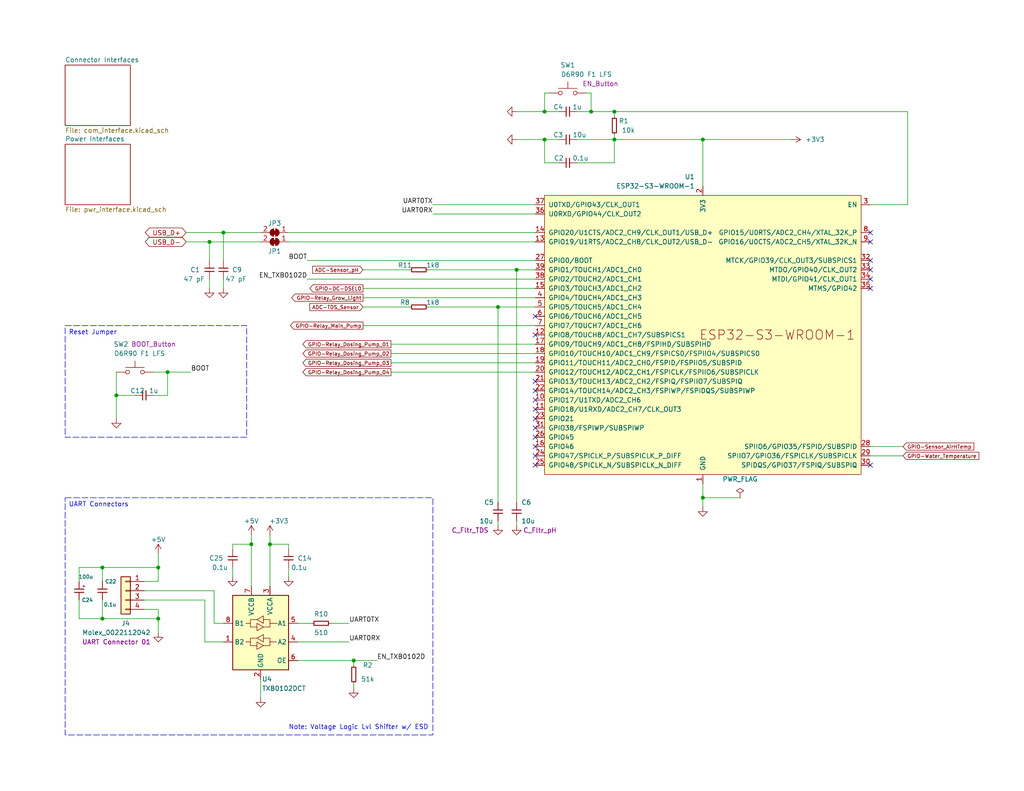
<source format=kicad_sch>
(kicad_sch (version 20230121) (generator eeschema)
  (paper "USLetter")
  (title_block (title "Hardware Schematic") (date "2024-01-30") (rev "45") (company "COEN/ELEC 490 Team 18"))
  (lib_symbols
    (symbol "+3V3_2" (power) (pin_numbers hide) (pin_names (offset 0) hide)
      (property "Value" "+3V3_2" (at 0 3.556 0))
      (symbol "+3V3_2_0_1"
        (polyline (pts (xy -0.762 1.27) (xy 0 2.54)))
        (polyline (pts (xy 0 0) (xy 0 2.54)))
        (polyline (pts (xy 0 2.54) (xy 0.762 1.27)))
      )
      (symbol "+3V3_2_1_1"
        (pin power_in line (at 0 0 90) (length 0) hide (name "+3V3") (number "1"))
      )
    )
    (symbol "Connector_Generic:Conn_01x04" (pin_names (offset 1.016) hide)
      (property "Reference" "J" (at 0 5.08 0))
      (property "Value" "Conn_01x04" (at 0 -7.62 0))
      (symbol "Conn_01x04_1_1"
        (rectangle (start -1.27 -4.953) (end 0 -5.207) (stroke (width 0.1524)))
        (rectangle (start -1.27 -2.413) (end 0 -2.667) (stroke (width 0.1524)))
        (rectangle (start -1.27 0.127) (end 0 -0.127) (stroke (width 0.1524)))
        (rectangle (start -1.27 2.667) (end 0 2.413) (stroke (width 0.1524)))
        (rectangle (start -1.27 3.81) (end 1.27 -6.35) (stroke (width 0.254)) (fill (type background)))
        (pin passive line (at -5.08 2.54 0) (length 3.81) (name "Pin_1") (number "1"))
        (pin passive line (at -5.08 0 0) (length 3.81) (name "Pin_2") (number "2"))
        (pin passive line (at -5.08 -2.54 0) (length 3.81) (name "Pin_3") (number "3"))
        (pin passive line (at -5.08 -5.08 0) (length 3.81) (name "Pin_4") (number "4"))
      )
    )
    (symbol "GND_10" (power) (pin_numbers hide) (pin_names (offset 0) hide)
      (property "Value" "GND_10" (at 0 -3.81 0))
      (symbol "GND_10_0_1"
        (polyline (pts (xy 0 0) (xy 0 -1.27) (xy 1.27 -1.27) (xy 0 -2.54) (xy -1.27 -1.27) (xy 0 -1.27)))
      )
      (symbol "GND_10_1_1"
        (pin power_in line (at 0 0 270) (length 0) hide (name "GND") (number "1"))
      )
    )
    (symbol "GND_2" (power) (pin_numbers hide) (pin_names (offset 0) hide)
      (property "Value" "GND_2" (at 0 -3.81 0))
      (symbol "GND_2_0_1"
        (polyline (pts (xy 0 0) (xy 0 -1.27) (xy 1.27 -1.27) (xy 0 -2.54) (xy -1.27 -1.27) (xy 0 -1.27)))
      )
      (symbol "GND_2_1_1"
        (pin power_in line (at 0 0 270) (length 0) hide (name "GND") (number "1"))
      )
    )
    (symbol "GND_3" (power) (pin_numbers hide) (pin_names (offset 0) hide)
      (property "Value" "GND_3" (at 0 -3.81 0))
      (symbol "GND_3_0_1"
        (polyline (pts (xy 0 0) (xy 0 -1.27) (xy 1.27 -1.27) (xy 0 -2.54) (xy -1.27 -1.27) (xy 0 -1.27)))
      )
      (symbol "GND_3_1_1"
        (pin power_in line (at 0 0 270) (length 0) hide (name "GND") (number "1"))
      )
    )
    (symbol "GND_5" (power) (pin_numbers hide) (pin_names (offset 0) hide)
      (property "Value" "GND_5" (at 0 -3.81 0))
      (symbol "GND_5_0_1"
        (polyline (pts (xy 0 0) (xy 0 -1.27) (xy 1.27 -1.27) (xy 0 -2.54) (xy -1.27 -1.27) (xy 0 -1.27)))
      )
      (symbol "GND_5_1_1"
        (pin power_in line (at 0 0 270) (length 0) hide (name "GND") (number "1"))
      )
    )
    (symbol "GND_6" (power) (pin_numbers hide) (pin_names (offset 0) hide)
      (property "Value" "GND_6" (at 0 -3.81 0))
      (symbol "GND_6_0_1"
        (polyline (pts (xy 0 0) (xy 0 -1.27) (xy 1.27 -1.27) (xy 0 -2.54) (xy -1.27 -1.27) (xy 0 -1.27)))
      )
      (symbol "GND_6_1_1"
        (pin power_in line (at 0 0 270) (length 0) hide (name "GND") (number "1"))
      )
    )
    (symbol "GND_7" (power) (pin_numbers hide) (pin_names (offset 0) hide)
      (property "Value" "GND_7" (at 0 -3.81 0))
      (symbol "GND_7_0_1"
        (polyline (pts (xy 0 0) (xy 0 -1.27) (xy 1.27 -1.27) (xy 0 -2.54) (xy -1.27 -1.27) (xy 0 -1.27)))
      )
      (symbol "GND_7_1_1"
        (pin power_in line (at 0 0 270) (length 0) hide (name "GND") (number "1"))
      )
    )
    (symbol "GND_8" (power) (pin_numbers hide) (pin_names (offset 0) hide)
      (property "Value" "GND_8" (at 0 -3.81 0))
      (symbol "GND_8_0_1"
        (polyline (pts (xy 0 0) (xy 0 -1.27) (xy 1.27 -1.27) (xy 0 -2.54) (xy -1.27 -1.27) (xy 0 -1.27)))
      )
      (symbol "GND_8_1_1"
        (pin power_in line (at 0 0 270) (length 0) hide (name "GND") (number "1"))
      )
    )
    (symbol "GND_9" (power) (pin_numbers hide) (pin_names (offset 0) hide)
      (property "Value" "GND_9" (at 0 -3.81 0))
      (symbol "GND_9_0_1"
        (polyline (pts (xy 0 0) (xy 0 -1.27) (xy 1.27 -1.27) (xy 0 -2.54) (xy -1.27 -1.27) (xy 0 -1.27)))
      )
      (symbol "GND_9_1_1"
        (pin power_in line (at 0 0 270) (length 0) hide (name "GND") (number "1"))
      )
    )
    (symbol "Jumper:SolderJumper_2_Bridged" (pin_names (offset 0) hide)
      (property "Reference" "JP" (at 0 2.032 0))
      (property "Value" "SolderJumper_2_Bridged" (at 0 -2.54 0))
      (symbol "SolderJumper_2_Bridged_0_1"
        (rectangle (start -0.508 0.508) (end 0.508 -0.508) (fill (type outline)))
        (arc (start -0.254 1.016) (mid -1.2656 0) (end -0.254 -1.016))
        (arc (start -0.254 1.016) (mid -1.2656 0) (end -0.254 -1.016) (fill (type outline)))
        (polyline (pts (xy -0.254 1.016) (xy -0.254 -1.016)))
        (polyline (pts (xy 0.254 1.016) (xy 0.254 -1.016)))
        (arc (start 0.254 -1.016) (mid 1.2656 0) (end 0.254 1.016))
        (arc (start 0.254 -1.016) (mid 1.2656 0) (end 0.254 1.016) (fill (type outline)))
      )
      (symbol "SolderJumper_2_Bridged_1_1"
        (pin passive line (at -3.81 0 0) (length 2.54) (name "A") (number "1"))
        (pin passive line (at 3.81 0 180) (length 2.54) (name "B") (number "2"))
      )
    )
    (symbol "Logic_LevelTranslator:TXB0102DCT"
      (property "Reference" "U" (at -6.35 11.43 0))
      (property "Value" "TXB0102DCT" (at 3.81 11.43 0))
      (symbol "TXB0102DCT_0_1"
        (rectangle (start -7.62 10.16) (end 7.62 -10.16) (stroke (width 0.254)) (fill (type background)))
        (polyline (pts (xy -2.54 -2.54) (xy -2.54 -1.524) (xy -0.762 -1.524)))
        (polyline (pts (xy -2.54 2.54) (xy -2.54 3.556) (xy -0.762 3.556)))
        (polyline (pts (xy 2.794 -2.54) (xy 2.794 -3.556) (xy 1.016 -3.556)))
        (polyline (pts (xy 2.794 2.54) (xy 2.794 1.524) (xy 1.016 1.524)))
        (polyline (pts (xy -0.762 -3.556) (xy -2.54 -3.556) (xy -2.54 -2.54) (xy -4.318 -2.54)))
        (polyline (pts (xy -0.762 -2.54) (xy -0.762 -0.508) (xy 1.016 -1.524) (xy -0.762 -2.54)) (fill (type background)))
        (polyline (pts (xy -0.762 1.524) (xy -2.54 1.524) (xy -2.54 2.54) (xy -4.572 2.54)))
        (polyline (pts (xy -0.762 2.54) (xy -0.762 4.572) (xy 1.016 3.556) (xy -0.762 2.54)))
        (polyline (pts (xy 1.016 -2.54) (xy 1.016 -4.572) (xy -0.762 -3.556) (xy 1.016 -2.54)))
        (polyline (pts (xy 1.016 -1.524) (xy 2.794 -1.524) (xy 2.794 -2.54) (xy 4.064 -2.54)))
        (polyline (pts (xy 1.016 3.556) (xy 2.794 3.556) (xy 2.794 2.54) (xy 4.064 2.54)))
        (polyline (pts (xy 1.016 2.54) (xy 1.016 0.762) (xy 1.016 0.508) (xy -0.762 1.524) (xy 1.016 2.54)))
      )
      (symbol "TXB0102DCT_1_1"
        (pin bidirectional line (at 10.16 -2.54 180) (length 2.54) (name "B2") (number "1"))
        (pin power_in line (at 0 -12.7 90) (length 2.54) (name "GND") (number "2"))
        (pin power_in line (at -2.54 12.7 270) (length 2.54) (name "VCCA") (number "3"))
        (pin bidirectional line (at -10.16 -2.54 0) (length 2.54) (name "A2") (number "4"))
        (pin bidirectional line (at -10.16 2.54 0) (length 2.54) (name "A1") (number "5"))
        (pin input line (at -10.16 -7.62 0) (length 2.54) (name "OE") (number "6"))
        (pin power_in line (at 2.54 12.7 270) (length 2.54) (name "VCCB") (number "7"))
        (pin bidirectional line (at 10.16 2.54 180) (length 2.54) (name "B1") (number "8"))
      )
    )
    (symbol "PCM_Espressif:ESP32-S3-WROOM-1" (pin_names (offset 1.016))
      (property "Reference" "U" (at -43.18 43.18 0))
      (property "Value" "ESP32-S3-WROOM-1" (at -43.18 40.64 0))
      (symbol "ESP32-S3-WROOM-1_0_0"
        (text "ESP32-S3-WROOM-1" (at -20.32 0 0) (effects (font (size 2.54 2.54))))
        (pin power_in line (at 0 -40.64 90) (length 2.54) (name "GND") (number "1"))
        (pin bidirectional line (at 45.72 -17.78 180) (length 2.54) (name "GPIO17/U1TXD/ADC2_CH6") (number "10"))
        (pin bidirectional line (at 45.72 -20.32 180) (length 2.54) (name "GPIO18/U1RXD/ADC2_CH7/CLK_OUT3") (number "11"))
        (pin bidirectional line (at 45.72 0 180) (length 2.54) (name "GPIO8/TOUCH8/ADC1_CH7/SUBSPICS1") (number "12"))
        (pin bidirectional line (at 45.72 25.4 180) (length 2.54) (name "GPIO19/U1RTS/ADC2_CH8/CLK_OUT2/USB_D-") (number "13"))
        (pin bidirectional line (at 45.72 27.94 180) (length 2.54) (name "GPIO20/U1CTS/ADC2_CH9/CLK_OUT1/USB_D+") (number "14"))
        (pin bidirectional line (at 45.72 12.7 180) (length 2.54) (name "GPIO3/TOUCH3/ADC1_CH2") (number "15"))
        (pin bidirectional line (at 45.72 -30.48 180) (length 2.54) (name "GPIO46") (number "16"))
        (pin bidirectional line (at 45.72 -2.54 180) (length 2.54) (name "GPIO9/TOUCH9/ADC1_CH8/FSPIHD/SUBSPIHD") (number "17"))
        (pin bidirectional line (at 45.72 -5.08 180) (length 2.54) (name "GPIO10/TOUCH10/ADC1_CH9/FSPICS0/FSPIIO4/SUBSPICS0") (number "18"))
        (pin bidirectional line (at 45.72 -7.62 180) (length 2.54) (name "GPIO11/TOUCH11/ADC2_CH0/FSPID/FSPIIO5/SUBSPID") (number "19"))
        (pin power_in line (at 0 40.64 270) (length 2.54) (name "3V3") (number "2"))
        (pin bidirectional line (at 45.72 -10.16 180) (length 2.54) (name "GPIO12/TOUCH12/ADC2_CH1/FSPICLK/FSPIIO6/SUBSPICLK") (number "20"))
        (pin bidirectional line (at 45.72 -12.7 180) (length 2.54) (name "GPIO13/TOUCH13/ADC2_CH2/FSPIQ/FSPIIO7/SUBSPIQ") (number "21"))
        (pin bidirectional line (at 45.72 -15.24 180) (length 2.54) (name "GPIO14/TOUCH14/ADC2_CH3/FSPIWP/FSPIDQS/SUBSPIWP") (number "22"))
        (pin bidirectional line (at 45.72 -22.86 180) (length 2.54) (name "GPIO21") (number "23"))
        (pin bidirectional line (at 45.72 -33.02 180) (length 2.54) (name "GPIO47/SPICLK_P/SUBSPICLK_P_DIFF") (number "24"))
        (pin bidirectional line (at 45.72 -35.56 180) (length 2.54) (name "GPIO48/SPICLK_N/SUBSPICLK_N_DIFF") (number "25"))
        (pin bidirectional line (at 45.72 -27.94 180) (length 2.54) (name "GPIO45") (number "26"))
        (pin bidirectional line (at 45.72 20.32 180) (length 2.54) (name "GPIO0/BOOT") (number "27"))
        (pin bidirectional line (at -45.72 -30.48 0) (length 2.54) (name "SPIIO6/GPIO35/FSPID/SUBSPID") (number "28"))
        (pin bidirectional line (at -45.72 -33.02 0) (length 2.54) (name "SPIIO7/GPIO36/FSPICLK/SUBSPICLK") (number "29"))
        (pin input line (at -45.72 35.56 0) (length 2.54) (name "EN") (number "3"))
        (pin bidirectional line (at -45.72 -35.56 0) (length 2.54) (name "SPIDQS/GPIO37/FSPIQ/SUBSPIQ") (number "30"))
        (pin bidirectional line (at 45.72 -25.4 180) (length 2.54) (name "GPIO38/FSPIWP/SUBSPIWP") (number "31"))
        (pin bidirectional line (at -45.72 20.32 0) (length 2.54) (name "MTCK/GPIO39/CLK_OUT3/SUBSPICS1") (number "32"))
        (pin bidirectional line (at -45.72 17.78 0) (length 2.54) (name "MTDO/GPIO40/CLK_OUT2") (number "33"))
        (pin bidirectional line (at -45.72 15.24 0) (length 2.54) (name "MTDI/GPIO41/CLK_OUT1") (number "34"))
        (pin bidirectional line (at -45.72 12.7 0) (length 2.54) (name "MTMS/GPIO42") (number "35"))
        (pin bidirectional line (at 45.72 33.02 180) (length 2.54) (name "U0RXD/GPIO44/CLK_OUT2") (number "36"))
        (pin bidirectional line (at 45.72 35.56 180) (length 2.54) (name "U0TXD/GPIO43/CLK_OUT1") (number "37"))
        (pin bidirectional line (at 45.72 15.24 180) (length 2.54) (name "GPIO2/TOUCH2/ADC1_CH1") (number "38"))
        (pin bidirectional line (at 45.72 17.78 180) (length 2.54) (name "GPIO1/TOUCH1/ADC1_CH0") (number "39"))
        (pin bidirectional line (at 45.72 10.16 180) (length 2.54) (name "GPIO4/TOUCH4/ADC1_CH3") (number "4"))
        (pin passive line (at 0 -40.64 90) (length 2.54) hide (name "GND") (number "40"))
        (pin passive line (at 0 -40.64 90) (length 2.54) hide (name "GND") (number "41"))
        (pin bidirectional line (at 45.72 7.62 180) (length 2.54) (name "GPIO5/TOUCH5/ADC1_CH4") (number "5"))
        (pin bidirectional line (at 45.72 5.08 180) (length 2.54) (name "GPIO6/TOUCH6/ADC1_CH5") (number "6"))
        (pin bidirectional line (at 45.72 2.54 180) (length 2.54) (name "GPIO7/TOUCH7/ADC1_CH6") (number "7"))
        (pin bidirectional line (at -45.72 27.94 0) (length 2.54) (name "GPIO15/U0RTS/ADC2_CH4/XTAL_32K_P") (number "8"))
        (pin bidirectional line (at -45.72 25.4 0) (length 2.54) (name "GPIO16/U0CTS/ADC2_CH5/XTAL_32K_N") (number "9"))
      )
      (symbol "ESP32-S3-WROOM-1_0_1"
        (rectangle (start -43.18 38.1) (end 43.18 -38.1) (fill (type background)))
      )
    )
    (symbol "PCM_Generic-50:C,IEC" (pin_numbers hide) (pin_names (offset 0) hide)
      (property "Reference" "C" (at 1.27 1.27 0))
      (property "Value" "C,IEC" (at 1.27 -1.27 0))
      (property "Indicator" "+" (at -1.27 1.27 0))
      (symbol "C,IEC_1_1"
        (polyline (pts (xy -1.27 -0.4572) (xy 1.27 -0.4572)) (stroke (width 0.254)))
        (polyline (pts (xy -1.27 0.4572) (xy 1.27 0.4572)) (stroke (width 0.254)))
        (pin passive line (at 0 2.54 270) (length 2.0828) (name "+") (number "1"))
        (pin passive line (at 0 -2.54 90) (length 2.0828) (name "-") (number "2"))
      )
    )
    (symbol "PCM_Generic-50:R,IEC" (pin_numbers hide) (pin_names (offset 0) hide)
      (property "Reference" "R" (at 1.27 1.27 0))
      (property "Value" "R,IEC" (at 1.27 -1.27 0))
      (symbol "R,IEC_1_1"
        (rectangle (start -0.5588 1.9812) (end 0.5588 -1.9812) (stroke (width 0.254)))
        (pin passive line (at 0 2.54 270) (length 0.5588) (name "+") (number "1"))
        (pin passive line (at 0 -2.54 90) (length 0.5588) (name "-") (number "2"))
      )
    )
    (symbol "Switch:SW_Push" (pin_numbers hide) (pin_names (offset 1.016) hide)
      (property "Reference" "SW" (at 1.27 2.54 0))
      (property "Value" "SW_Push" (at 0 -1.524 0))
      (symbol "SW_Push_0_1"
        (circle (center -2.032 0) (radius 0.508))
        (polyline (pts (xy 0 1.27) (xy 0 3.048)))
        (polyline (pts (xy 2.54 1.27) (xy -2.54 1.27)))
        (circle (center 2.032 0) (radius 0.508))
        (pin passive line (at -5.08 0 0) (length 2.54) (name "1") (number "1"))
        (pin passive line (at 5.08 0 180) (length 2.54) (name "2") (number "2"))
      )
    )
    (symbol "power:+5V" (power) (pin_numbers hide) (pin_names (offset 0) hide)
      (property "Value" "+5V" (at 0 3.556 0))
      (symbol "+5V_0_1"
        (polyline (pts (xy -0.762 1.27) (xy 0 2.54)))
        (polyline (pts (xy 0 0) (xy 0 2.54)))
        (polyline (pts (xy 0 2.54) (xy 0.762 1.27)))
      )
      (symbol "+5V_1_1"
        (pin power_in line (at 0 0 90) (length 0) hide (name "+5V") (number "1"))
      )
    )
    (symbol "power:GND" (power) (pin_numbers hide) (pin_names (offset 0) hide)
      (property "Value" "GND" (at 0 -3.81 0))
      (symbol "GND_0_1"
        (polyline (pts (xy 0 0) (xy 0 -1.27) (xy 1.27 -1.27) (xy 0 -2.54) (xy -1.27 -1.27) (xy 0 -1.27)))
      )
      (symbol "GND_1_1"
        (pin power_in line (at 0 0 270) (length 0) hide (name "GND") (number "1"))
      )
    )
    (symbol "power:PWR_FLAG" (power) (pin_numbers hide) (pin_names (offset 0) hide)
      (property "Value" "PWR_FLAG" (at 0 3.81 0))
      (symbol "PWR_FLAG_0_0"
        (pin power_out line (at 0 0 90) (length 0) (name "pwr") (number "1"))
      )
      (symbol "PWR_FLAG_0_1"
        (polyline (pts (xy 0 0) (xy 0 1.27) (xy -1.016 1.905) (xy 0 2.54) (xy 1.016 1.905) (xy 0 1.27)))
      )
    )
  )
  (junction (at 140.97 73.66))
  (junction (at 43.18 168.91))
  (junction (at 27.94 168.91))
  (junction (at 68.58 148.59))
  (junction (at 27.94 154.94))
  (junction (at 191.77 135.89))
  (junction (at 73.66 148.59))
  (junction (at 60.96 63.5))
  (junction (at 167.64 30.48))
  (junction (at 96.52 180.34))
  (junction (at 45.72 101.6))
  (junction (at 57.15 66.04))
  (junction (at 31.75 107.95))
  (junction (at 135.89 83.82))
  (junction (at 191.77 38.1))
  (junction (at 43.18 154.94))
  (junction (at 148.59 38.1))
  (junction (at 148.59 30.48))
  (junction (at 167.64 38.1))
  (junction (at 161.29 30.48))
  (no_connect (at 146.05 124.46))
  (no_connect (at 146.05 91.44))
  (no_connect (at 237.49 127))
  (no_connect (at 237.49 78.74))
  (no_connect (at 237.49 76.2))
  (no_connect (at 146.05 127))
  (no_connect (at 146.05 116.84))
  (no_connect (at 146.05 114.3))
  (no_connect (at 146.05 121.92))
  (no_connect (at 237.49 71.12))
  (no_connect (at 237.49 63.5))
  (no_connect (at 146.05 106.68))
  (no_connect (at 237.49 66.04))
  (no_connect (at 146.05 86.36))
  (no_connect (at 146.05 104.14))
  (no_connect (at 146.05 109.22))
  (no_connect (at 237.49 73.66))
  (no_connect (at 146.05 119.38))
  (no_connect (at 146.05 111.76))
  (wire (pts (xy 43.18 166.37) (xy 43.18 168.91)))
  (wire (pts (xy 60.96 170.18) (xy 58.42 170.18)))
  (wire (pts (xy 237.49 124.46) (xy 246.38 124.46)))
  (wire (pts (xy 140.97 137.16) (xy 140.97 73.66)))
  (wire (pts (xy 152.4 44.45) (xy 148.59 44.45)))
  (wire (pts (xy 152.4 38.1) (xy 148.59 38.1)))
  (wire (pts (xy 45.72 107.95) (xy 41.91 107.95)))
  (wire (pts (xy 21.59 168.91) (xy 27.94 168.91)))
  (wire (pts (xy 83.82 71.12) (xy 146.05 71.12)))
  (wire (pts (xy 99.06 83.82) (xy 111.76 83.82)))
  (wire (pts (xy 157.48 30.48) (xy 161.29 30.48)))
  (wire (pts (xy 106.68 96.52) (xy 146.05 96.52)))
  (wire (pts (xy 57.15 66.04) (xy 57.15 71.12)))
  (wire (pts (xy 140.97 142.24) (xy 140.97 143.51)))
  (wire (pts (xy 247.65 55.88) (xy 247.65 30.48)))
  (wire (pts (xy 31.75 107.95) (xy 31.75 114.3)))
  (wire (pts (xy 60.96 63.5) (xy 60.96 71.12)))
  (wire (pts (xy 135.89 142.24) (xy 135.89 143.51)))
  (wire (pts (xy 50.8 63.5) (xy 60.96 63.5)))
  (wire (pts (xy 78.74 63.5) (xy 146.05 63.5)))
  (wire (pts (xy 167.64 38.1) (xy 167.64 44.45)))
  (wire (pts (xy 167.64 38.1) (xy 191.77 38.1)))
  (wire (pts (xy 60.96 175.26) (xy 55.88 175.26)))
  (wire (pts (xy 191.77 135.89) (xy 201.93 135.89)))
  (wire (pts (xy 63.5 148.59) (xy 63.5 149.86)))
  (wire (pts (xy 63.5 154.94) (xy 63.5 157.48)))
  (wire (pts (xy 191.77 132.08) (xy 191.77 135.89)))
  (wire (pts (xy 43.18 154.94) (xy 43.18 158.75)))
  (wire (pts (xy 148.59 25.4) (xy 148.59 30.48)))
  (wire (pts (xy 118.11 55.88) (xy 146.05 55.88)))
  (wire (pts (xy 99.06 73.66) (xy 111.76 73.66)))
  (wire (pts (xy 81.28 170.18) (xy 85.09 170.18)))
  (wire (pts (xy 116.84 83.82) (xy 135.89 83.82)))
  (wire (pts (xy 45.72 101.6) (xy 45.72 107.95)))
  (wire (pts (xy 27.94 168.91) (xy 43.18 168.91)))
  (wire (pts (xy 58.42 170.18) (xy 58.42 161.29)))
  (wire (pts (xy 99.06 81.28) (xy 146.05 81.28)))
  (wire (pts (xy 116.84 73.66) (xy 140.97 73.66)))
  (wire (pts (xy 27.94 154.94) (xy 27.94 158.75)))
  (wire (pts (xy 191.77 38.1) (xy 191.77 50.8)))
  (wire (pts (xy 167.64 38.1) (xy 157.48 38.1)))
  (wire (pts (xy 68.58 148.59) (xy 68.58 160.02)))
  (wire (pts (xy 31.75 101.6) (xy 31.75 107.95)))
  (wire (pts (xy 140.97 30.48) (xy 148.59 30.48)))
  (wire (pts (xy 160.02 25.4) (xy 161.29 25.4)))
  (wire (pts (xy 140.97 73.66) (xy 146.05 73.66)))
  (wire (pts (xy 60.96 78.74) (xy 60.96 76.2)))
  (wire (pts (xy 90.17 170.18) (xy 95.25 170.18)))
  (wire (pts (xy 237.49 55.88) (xy 247.65 55.88)))
  (wire (pts (xy 148.59 30.48) (xy 152.4 30.48)))
  (wire (pts (xy 68.58 146.05) (xy 68.58 148.59)))
  (wire (pts (xy 36.83 107.95) (xy 31.75 107.95)))
  (wire (pts (xy 148.59 25.4) (xy 149.86 25.4)))
  (wire (pts (xy 52.07 101.6) (xy 45.72 101.6)))
  (wire (pts (xy 78.74 148.59) (xy 78.74 149.86)))
  (wire (pts (xy 237.49 121.92) (xy 246.38 121.92)))
  (wire (pts (xy 161.29 25.4) (xy 161.29 30.48)))
  (wire (pts (xy 73.66 148.59) (xy 73.66 160.02)))
  (wire (pts (xy 81.28 175.26) (xy 95.25 175.26)))
  (wire (pts (xy 21.59 154.94) (xy 21.59 158.75)))
  (wire (pts (xy 106.68 93.98) (xy 146.05 93.98)))
  (wire (pts (xy 106.68 101.6) (xy 146.05 101.6)))
  (wire (pts (xy 135.89 83.82) (xy 135.89 137.16)))
  (wire (pts (xy 106.68 99.06) (xy 146.05 99.06)))
  (wire (pts (xy 191.77 38.1) (xy 215.9 38.1)))
  (wire (pts (xy 78.74 154.94) (xy 78.74 157.48)))
  (wire (pts (xy 73.66 146.05) (xy 73.66 148.59)))
  (wire (pts (xy 50.8 66.04) (xy 57.15 66.04)))
  (wire (pts (xy 57.15 66.04) (xy 71.12 66.04)))
  (wire (pts (xy 60.96 63.5) (xy 71.12 63.5)))
  (wire (pts (xy 45.72 101.6) (xy 41.91 101.6)))
  (wire (pts (xy 96.52 180.34) (xy 96.52 181.61)))
  (wire (pts (xy 118.11 58.42) (xy 146.05 58.42)))
  (wire (pts (xy 99.06 88.9) (xy 146.05 88.9)))
  (wire (pts (xy 148.59 38.1) (xy 140.97 38.1)))
  (wire (pts (xy 39.37 163.83) (xy 55.88 163.83)))
  (wire (pts (xy 43.18 154.94) (xy 27.94 154.94)))
  (wire (pts (xy 167.64 30.48) (xy 247.65 30.48)))
  (wire (pts (xy 135.89 83.82) (xy 146.05 83.82)))
  (wire (pts (xy 39.37 158.75) (xy 43.18 158.75)))
  (wire (pts (xy 71.12 185.42) (xy 71.12 190.5)))
  (wire (pts (xy 161.29 30.48) (xy 167.64 30.48)))
  (wire (pts (xy 43.18 151.13) (xy 43.18 154.94)))
  (wire (pts (xy 43.18 172.72) (xy 43.18 168.91)))
  (wire (pts (xy 167.64 44.45) (xy 157.48 44.45)))
  (wire (pts (xy 55.88 175.26) (xy 55.88 163.83)))
  (wire (pts (xy 39.37 161.29) (xy 58.42 161.29)))
  (wire (pts (xy 96.52 186.69) (xy 96.52 187.96)))
  (wire (pts (xy 27.94 163.83) (xy 27.94 168.91)))
  (wire (pts (xy 68.58 148.59) (xy 63.5 148.59)))
  (wire (pts (xy 167.64 31.75) (xy 167.64 30.48)))
  (wire (pts (xy 167.64 38.1) (xy 167.64 36.83)))
  (wire (pts (xy 78.74 66.04) (xy 146.05 66.04)))
  (wire (pts (xy 39.37 166.37) (xy 43.18 166.37)))
  (wire (pts (xy 81.28 180.34) (xy 96.52 180.34)))
  (wire (pts (xy 73.66 148.59) (xy 78.74 148.59)))
  (wire (pts (xy 148.59 44.45) (xy 148.59 38.1)))
  (wire (pts (xy 57.15 78.74) (xy 57.15 76.2)))
  (wire (pts (xy 96.52 180.34) (xy 102.87 180.34)))
  (wire (pts (xy 21.59 154.94) (xy 27.94 154.94)))
  (wire (pts (xy 21.59 163.83) (xy 21.59 168.91)))
  (wire (pts (xy 191.77 135.89) (xy 191.77 138.43)))
  (wire (pts (xy 83.82 76.2) (xy 146.05 76.2)))
  (wire (pts (xy 99.06 78.74) (xy 146.05 78.74)))
  (text_box "Reset Jumper" (at 17.78 88.9 0) (size 49.53 30.48) (stroke (width 0) (type dash)) (effects (font (size 1.27 1.27)) (justify left top)))
  (text_box "UART Connectors" (at 17.78 135.89 0) (size 100.33 64.77) (stroke (width 0) (type dash)) (effects (font (size 1.27 1.27)) (justify left top)))
  (text "Note: Voltage Logic Lvl Shifter w/ ESD" (at 78.74 199.39 0) (effects (font (size 1.27 1.27)) (justify left bottom)))
  (label "UART0TX" (at 95.25 170.18 0))
  (label "UART0RX" (at 118.11 58.42 180))
  (label "EN_TXB0102D" (at 102.87 180.34 0))
  (label "BOOT" (at 52.07 101.6 0))
  (label "UART0RX" (at 95.25 175.26 0))
  (label "UART0TX" (at 118.11 55.88 180))
  (label "BOOT" (at 83.82 71.12 180))
  (label "EN_TXB0102D" (at 83.82 76.2 180))
  (global_label "GPIO-Relay_Grow_Light" (shape output) (at 99.06 81.28 180) (effects (font (size 1 1))) (property "Intersheetrefs" "${INTERSHEET_REFS}" (effects hide)))
  (global_label "GPIO-Relay_Main_Pump" (shape output) (at 99.06 88.9 180) (effects (font (size 1 1))) (property "Intersheetrefs" "${INTERSHEET_REFS}" (effects hide)))
  (global_label "GPIO-Relay_Dosing_Pump_03" (shape output) (at 106.68 99.06 180) (effects (font (size 1 1))) (property "Intersheetrefs" "${INTERSHEET_REFS}" (effects hide)))
  (global_label "GPIO-Relay_Dosing_Pump_01" (shape output) (at 106.68 93.98 180) (effects (font (size 1 1))) (property "Intersheetrefs" "${INTERSHEET_REFS}" (effects hide)))
  (global_label "ADC-Sensor_pH" (shape input) (at 99.06 73.66 180) (effects (font (size 1 1))) (property "Intersheetrefs" "${INTERSHEET_REFS}" (effects hide)))
  (global_label "GPIO-Sensor_AirHTemp" (shape input) (at 246.38 121.92 0) (effects (font (size 1 1))) (property "Intersheetrefs" "${INTERSHEET_REFS}" (effects hide)))
  (global_label "GPIO-Relay_Dosing_Pump_02" (shape output) (at 106.68 96.52 180) (effects (font (size 1 1))) (property "Intersheetrefs" "${INTERSHEET_REFS}" (effects hide)))
  (global_label "GPIO-Water_Temperature" (shape input) (at 246.38 124.46 0) (effects (font (size 1 1))) (property "Intersheetrefs" "${INTERSHEET_REFS}" (effects hide)) (property "GPIO" "01" (effects hide)))
  (global_label "USB_D-" (shape bidirectional) (at 50.8 66.04 180) (property "Intersheetrefs" "${INTERSHEET_REFS}" (effects hide)))
  (global_label "GPIO-Relay_Dosing_Pump_04" (shape output) (at 106.68 101.6 180) (effects (font (size 1 1))) (property "Intersheetrefs" "${INTERSHEET_REFS}" (effects hide)))
  (global_label "ADC-TDS_Sensor" (shape input) (at 99.06 83.82 180) (effects (font (size 1 1))) (property "Intersheetrefs" "${INTERSHEET_REFS}" (effects hide)) (property "GPIO" "01" (effects hide)))
  (global_label "GPIO-DC-DSEL0" (shape output) (at 99.06 78.74 180) (effects (font (size 1 1))) (property "Intersheetrefs" "${INTERSHEET_REFS}" (effects hide)))
  (global_label "USB_D+" (shape bidirectional) (at 50.8 63.5 180) (property "Intersheetrefs" "${INTERSHEET_REFS}" (effects hide)))
  (symbol (lib_name "GND_8") (lib_id "power:GND") (at 140.97 143.51 0) (mirror y) (unit 1)
    (property "Reference" "#PWR09" (effects hide))
    (property "Value" "GND" (effects hide))
  )
  (symbol (lib_name "GND_9") (lib_id "power:GND") (at 60.96 78.74 0) (mirror y) (unit 1)
    (property "Reference" "#PWR05" (effects hide))
    (property "Value" "GND" (effects hide))
  )
  (symbol (lib_id "PCM_Generic-50:C,IEC") (at 21.59 161.29 0) (mirror y) (unit 1)
    (property "Reference" "C24" (at 25.4 163.83 0) (effects (font (size 1 1)) (justify left)))
    (property "Value" "100u" (at 25.4 157.48 0) (effects (font (size 1 1)) (justify left)))
    (property "Footprint" "Capacitor_THT:CP_Radial_D10.0mm_P5.00mm" (effects hide))
    (property "Indicator" "+" (at 22.86 160.02 0) (effects (font (size 0.635 0.635))))
    (property "Human Read Label" "C_ADC_TDS" (effects hide))
    (property "Description" "THT ELEC Radial Capacitor" (effects hide))
    (property "Package" "Radial" (effects hide))
    (property "Type" "Tru-Hole" (effects hide))
    (property "Digi-Key_PN" "P10343-ND" (effects hide))
    (property "MPN" "EEU-FC1J101" (effects hide))
    (property "Manufacturer" "Panasonic Electronic Components" (effects hide))
    (property "Price" "0.85000" (effects hide))
    (property "Supplier" "Digikey" (effects hide))
  )
  (symbol (lib_id "PCM_Generic-50:R,IEC") (at 167.64 34.29 0) (mirror y) (unit 1)
    (property "Reference" "R1" (at 170.18 33.02 0))
    (property "Value" "10k" (at 171.45 35.56 0))
    (property "Footprint" "Resistor_THT:R_Axial_DIN0207_L6.3mm_D2.5mm_P7.62mm_Horizontal" (effects hide))
    (property "Indicator" "+" (effects hide))
    (property "Description" "THT Axial Resistor" (effects hide))
    (property "Package" "Axial" (effects hide))
    (property "Type" "Tru-Hole" (effects hide))
    (property "Family" "CFR-25JR" (effects hide))
    (property "MPN" "CFR-25JR-10K" (effects hide))
    (property "Manufacturer" "YAGEO" (effects hide))
    (property "Price" "0.15000" (effects hide))
    (property "Supplier" "Digikey" (effects hide))
    (property "Digi-Key_PN" "13-CFR-25JR-52-10KTR-ND" (effects hide))
  )
  (symbol (lib_id "PCM_Generic-50:C,IEC") (at 135.89 139.7 0) (unit 1)
    (property "Reference" "C5" (at 132.08 137.16 0) (effects (justify left)))
    (property "Value" "10u" (at 130.81 142.24 0) (effects (justify left)))
    (property "Footprint" "Capacitor_THT:C_Disc_D7.5mm_W4.4mm_P5.00mm" (effects hide))
    (property "Indicator" "+" (effects hide))
    (property "Description" "THT Radial Capacitor" (effects hide))
    (property "Package" "Radial" (effects hide))
    (property "Type" "Tru-Hole" (effects hide))
    (property "Digi-Key_PN" "490-16957-1-ND" (effects hide))
    (property "MPN" "RDEC71H106K3S1H03A" (effects hide))
    (property "Manufacturer" "Murata Electronics" (effects hide))
    (property "Human Read Label" "C_Fltr_TDS" (at 128.27 144.78 0))
    (property "Price" "1.47000" (effects hide))
    (property "Supplier" "Digikey" (effects hide))
  )
  (symbol (lib_id "PCM_Espressif:ESP32-S3-WROOM-1") (at 191.77 91.44 0) (mirror y) (unit 1)
    (property "Reference" "U1" (at 189.5759 48.26 0) (effects (justify left)))
    (property "Value" "ESP32-S3-WROOM-1" (at 189.5759 50.8 0) (effects (justify left)))
    (property "Footprint" "S3footprints:XCVR_ESP32-S3-WROOM-1-N8R2" (effects hide))
    (property "Datasheet" "https://www.espressif.com/sites/default/files/documentation/esp32-s3-wroom-1_wroom-1u_datasheet_en.pdf" (effects hide))
    (property "Description" "Bluetooth, WiFi 802.11b/g/n, Bluetooth v5.0 Transceiver Module 2.4GHz PCB Trace Surface Mount" (effects hide))
    (property "MPN" "ESP32-S3-WROOM-1-N8R2" (effects hide))
    (property "Manufacturer" "Espressif" (effects hide))
    (property "Digi-Key_PN" "1965-ESP32-S3-WROOM-1-N4TR-ND" (effects hide))
    (property "Package" "41-SMD Module" (effects hide))
    (property "Type" "SMD" (effects hide))
    (property "Price" "4.53000" (effects hide))
    (property "Supplier" "Digikey" (effects hide))
  )
  (symbol (lib_id "Switch:SW_Push") (at 36.83 101.6 0) (mirror y) (unit 1)
    (property "Reference" "SW2" (at 33.02 93.98 0))
    (property "Value" "D6R90 F1 LFS" (at 38.1 96.52 0))
    (property "Footprint" "Button_Switch_THT:SW_PUSH_6mm_H7.3mm" (effects hide))
    (property "Human Read Label" "BOOT_Button" (at 41.91 93.98 0))
    (property "MPN" "D6R90 F1 LFS" (effects hide))
    (property "Manufacturer" "C&K" (effects hide))
    (property "Description" "SWITCH PUSH SPST-NO 0.1A 32V" (effects hide))
    (property "Digi-Key_PN" "401-1978-ND" (effects hide))
    (property "Type" "Tru-Hole" (effects hide))
    (property "Price" "2.00000" (effects hide))
    (property "Supplier" "Digikey" (effects hide))
  )
  (symbol (lib_id "PCM_Generic-50:R,IEC") (at 87.63 170.18 90) (mirror x) (unit 1)
    (property "Reference" "R10" (at 87.63 167.64 90))
    (property "Value" "510" (at 87.63 172.72 90))
    (property "Footprint" "Resistor_THT:R_Axial_DIN0207_L6.3mm_D2.5mm_P7.62mm_Horizontal" (effects hide))
    (property "Indicator" "+" (effects hide))
    (property "Human Read Label" "R_UART1_499" (effects hide))
    (property "Description" "THT Axial Resistor" (effects hide))
    (property "Package" "Axial" (effects hide))
    (property "Type" "Tru-Hole" (effects hide))
    (property "Family" "CFR-25JR" (effects hide))
    (property "MPN" "CFR-25JR-510R" (effects hide))
    (property "Manufacturer" "YAGEO" (effects hide))
    (property "Price" "0.15000" (effects hide))
    (property "Supplier" "Digikey" (effects hide))
    (property "Digi-Key_PN" "13-CFR-25JR-52-510RTR-ND" (effects hide))
  )
  (symbol (lib_name "GND_3") (lib_id "power:GND") (at 31.75 114.3 0) (unit 1)
    (property "Reference" "#PWR06" (effects hide))
    (property "Value" "GND" (effects hide))
  )
  (symbol (lib_id "power:+5V") (at 43.18 151.13 0) (unit 1)
    (property "Reference" "#PWR012" (effects hide))
    (property "Value" "+5V" (at 43.18 147.32 0))
  )
  (symbol (lib_id "power:GND") (at 63.5 157.48 0) (mirror y) (unit 1)
    (property "Reference" "#PWR013" (effects hide))
    (property "Value" "GND" (effects hide))
  )
  (symbol (lib_id "power:+5V") (at 68.58 146.05 0) (unit 1)
    (property "Reference" "#PWR010" (effects hide))
    (property "Value" "+5V" (at 68.58 142.24 0))
  )
  (symbol (lib_id "PCM_Generic-50:C,IEC") (at 60.96 73.66 180) (unit 1)
    (property "Reference" "C9" (at 66.04 73.66 0) (effects (justify left)))
    (property "Value" "47 pF" (at 67.31 76.2 0) (effects (justify left)))
    (property "Footprint" "Capacitor_SMD:C_0603_1608Metric_Pad1.08x0.95mm_HandSolder" (effects hide))
    (property "Indicator" "+" (effects hide))
    (property "Description" "SMD 1608 Capacitor" (effects hide))
    (property "Package" "0603 (1608 Metric)" (effects hide))
    (property "Type" "SMD" (effects hide))
    (property "Price" "0.18000" (effects hide))
    (property "Supplier" "Digikey" (effects hide))
    (property "Digi-Key_PN" "490-1419-2-ND" (effects hide))
    (property "MPN" "GRM1885C1H470JA01D" (effects hide))
    (property "Manufacturer" "Murata Electronics" (effects hide))
  )
  (symbol (lib_id "Switch:SW_Push") (at 154.94 25.4 0) (unit 1)
    (property "Reference" "SW1" (at 154.94 17.78 0))
    (property "Value" "D6R90 F1 LFS" (at 160.02 20.32 0))
    (property "Footprint" "Button_Switch_THT:SW_PUSH_6mm_H7.3mm" (effects hide))
    (property "Human Read Label" "EN_Button" (at 163.83 22.86 0))
    (property "MPN" "D6R90 F1 LFS" (effects hide))
    (property "Manufacturer" "C&K" (effects hide))
    (property "Description" "SWITCH PUSH SPST-NO 0.1A 32V" (effects hide))
    (property "Digi-Key_PN" "401-1978-ND" (effects hide))
    (property "Type" "Tru-Hole" (effects hide))
    (property "Price" "2.00000" (effects hide))
    (property "Supplier" "Digikey" (effects hide))
  )
  (symbol (lib_id "PCM_Generic-50:C,IEC") (at 63.5 152.4 180) (unit 1)
    (property "Reference" "C25" (at 60.96 152.4 0) (effects (justify left)))
    (property "Value" "0.1u" (at 62.23 154.94 0) (effects (justify left)))
    (property "Footprint" "Capacitor_THT:C_Disc_D5.1mm_W3.2mm_P5.00mm" (effects hide))
    (property "Indicator" "+" (effects hide))
    (property "Description" "THT Radial Capacitor" (effects hide))
    (property "Package" "Radial" (effects hide))
    (property "Type" "Tru-Hole" (effects hide))
    (property "Digi-Key_PN" "490-9144-1-ND" (effects hide))
    (property "MPN" "RDER71H104K0M1H03A" (effects hide))
    (property "Manufacturer" "Murata Electronics" (effects hide))
    (property "Price" "0.66000" (effects hide))
    (property "Supplier" "Digikey" (effects hide))
  )
  (symbol (lib_id "Logic_LevelTranslator:TXB0102DCT") (at 71.12 172.72 0) (mirror y) (unit 1)
    (property "Reference" "U4" (at 71.4659 185.42 0) (effects (justify right)))
    (property "Value" "TXB0102DCT" (at 71.4659 187.96 0) (effects (justify right)))
    (property "Footprint" "Package_SO:TSSOP-8_3x3mm_P0.65mm" (effects hide))
    (property "Datasheet" "http://www.ti.com/lit/ds/symlink/txb0102.pdf" (effects hide))
    (property "Description" "Voltage Level Translator Bidirectional 1 Circuit 2 Channel 100Mbps 8-VSSOP" (effects hide))
    (property "MPN" "TXB0102DCUT" (effects hide))
    (property "Manufacturer" "Texas Instrument" (effects hide))
    (property "Digi-Key_PN" "296-32601-2-ND" (effects hide))
    (property "Package" "8-VSSOP" (effects hide))
    (property "Type" "SMD" (effects hide))
    (property "Price" "1.63000" (effects hide))
    (property "Supplier" "Digikey" (effects hide))
  )
  (symbol (lib_id "power:GND") (at 43.18 172.72 0) (mirror y) (unit 1)
    (property "Reference" "#PWR015" (effects hide))
    (property "Value" "GND" (effects hide))
  )
  (symbol (lib_id "PCM_Generic-50:C,IEC") (at 39.37 107.95 270) (mirror x) (unit 1)
    (property "Reference" "C12" (at 35.56 106.68 90) (effects (justify left)))
    (property "Value" "1u" (at 40.64 106.68 90) (effects (justify left)))
    (property "Footprint" "Capacitor_THT:C_Disc_D5.1mm_W3.2mm_P5.00mm" (effects hide))
    (property "Indicator" "+" (effects hide))
    (property "Description" "THT Radial Capacitor" (effects hide))
    (property "Package" "Radial" (effects hide))
    (property "Type" "Tru-Hole" (effects hide))
    (property "Digi-Key_PN" "490-9146-1-ND" (effects hide))
    (property "MPN" "RDER71H105K2M1H03A" (effects hide))
    (property "Manufacturer" "Murata Electronics" (effects hide))
    (property "Price" "0.92000" (effects hide))
    (property "Supplier" "Digikey" (effects hide))
  )
  (symbol (lib_id "Jumper:SolderJumper_2_Bridged") (at 74.93 66.04 0) (mirror y) (unit 1)
    (property "Reference" "JP1" (at 74.93 68.58 0))
    (property "Value" "R0" (effects hide))
    (property "Footprint" "Jumper:SolderJumper-2_P1.3mm_Bridged2Bar_Pad1.0x1.5mm" (effects hide))
    (property "Indicator" "+" (effects hide))
    (property "Human Read Label" "R_USB_DM" (effects hide))
    (property "Description" "MICRO-MINIATURE SMT JUMPER" (effects hide))
    (property "Package" "Axial" (effects hide))
    (property "Type" "Tru-Hole" (effects hide))
    (property "Family" "Shunts, Jumpers" (effects hide))
    (property "Manufacturer" "Keystone Electronics" (effects hide))
    (property "Supplier" "Digikey" (effects hide))
    (property "Digi-Key_PN" "36-5102CT-ND" (effects hide))
    (property "MPN" "5102TR" (effects hide))
    (property "Category" "Connectors, Interconnects" (effects hide))
    (property "DK_Datasheet_Link" "http://www.keyelco.com/product-pdf.cfm?p=14020" (effects hide))
    (property "DK_Detail_Page" "/product-detail/en/keystone-electronics/5102TR/36-5102CT-ND/5980635" (effects hide))
    (property "Status" "Active" (effects hide))
  )
  (symbol (lib_id "power:GND") (at 96.52 187.96 0) (mirror y) (unit 1)
    (property "Reference" "#PWR016" (effects hide))
    (property "Value" "GND" (effects hide))
  )
  (symbol (lib_id "Connector_Generic:Conn_01x04") (at 34.29 161.29 0) (mirror y) (unit 1)
    (property "Reference" "J4" (at 34.29 170.18 0))
    (property "Value" "Molex_0022112042" (at 31.75 172.72 0))
    (property "Footprint" "Connector_Molex:Molex_KK-254_AE-6410-04A_1x04_P2.54mm_Vertical" (effects hide))
    (property "Human Read Label" "UART Connector 01" (at 31.75 175.26 0))
    (property "MPN" "0022112042" (effects hide))
    (property "Manufacturer" "Molex" (effects hide))
    (property "Description" "Connector Header Through Hole 4 position 0.100\" (2.54mm)" (effects hide))
    (property "Digi-Key_PN" "WM2702-ND" (effects hide))
    (property "Type" "Tru-Hole" (effects hide))
    (property "Price" "1.02000" (effects hide))
    (property "Supplier" "Digikey" (effects hide))
  )
  (symbol (lib_name "GND_2") (lib_id "power:GND") (at 191.77 138.43 0) (mirror y) (unit 1)
    (property "Reference" "#PWR07" (effects hide))
    (property "Value" "GND" (effects hide))
  )
  (symbol (lib_name "+3V3_2") (lib_id "power:+3V3") (at 215.9 38.1 270) (mirror x) (unit 1)
    (property "Reference" "#PWR03" (effects hide))
    (property "Value" "+3V3" (at 219.71 38.1 90) (effects (justify left)))
  )
  (symbol (lib_name "GND_10") (lib_id "power:GND") (at 57.15 78.74 0) (mirror y) (unit 1)
    (property "Reference" "#PWR04" (effects hide))
    (property "Value" "GND" (effects hide))
  )
  (symbol (lib_id "power:GND") (at 78.74 157.48 0) (mirror y) (unit 1)
    (property "Reference" "#PWR014" (effects hide))
    (property "Value" "GND" (effects hide))
  )
  (symbol (lib_id "PCM_Generic-50:R,IEC") (at 114.3 73.66 90) (mirror x) (unit 1)
    (property "Reference" "R11" (at 110.49 72.39 90))
    (property "Value" "1k8" (at 118.11 72.39 90))
    (property "Footprint" "Resistor_THT:R_Axial_DIN0207_L6.3mm_D2.5mm_P7.62mm_Horizontal" (effects hide))
    (property "Indicator" "+" (effects hide))
    (property "Human Read Label" "R_ADC_pH" (effects hide))
    (property "Description" "THT Axial Resistor" (effects hide))
    (property "Package" "Axial" (effects hide))
    (property "Type" "Tru-Hole" (effects hide))
    (property "Family" "CFR-25JR" (effects hide))
    (property "MPN" "CFR-25JR-1K8" (effects hide))
    (property "Manufacturer" "YAGEO" (effects hide))
    (property "Price" "0.15000" (effects hide))
    (property "Supplier" "Digikey" (effects hide))
    (property "Digi-Key_PN" "13-CFR-25JR-52-1K8TR-ND" (effects hide))
  )
  (symbol (lib_id "PCM_Generic-50:C,IEC") (at 154.94 44.45 270) (unit 1)
    (property "Reference" "C2" (at 151.13 43.18 90) (effects (justify left)))
    (property "Value" "0.1u" (at 156.21 43.18 90) (effects (justify left)))
    (property "Footprint" "Capacitor_THT:C_Disc_D5.1mm_W3.2mm_P5.00mm" (effects hide))
    (property "Indicator" "+" (effects hide))
    (property "Description" "THT Radial Capacitor" (effects hide))
    (property "Package" "Radial" (effects hide))
    (property "Type" "Tru-Hole" (effects hide))
    (property "Digi-Key_PN" "490-9144-1-ND" (effects hide))
    (property "MPN" "RDER71H104K0M1H03A" (effects hide))
    (property "Manufacturer" "Murata Electronics" (effects hide))
    (property "Price" "0.66000" (effects hide))
    (property "Supplier" "Digikey" (effects hide))
  )
  (symbol (lib_id "power:GND") (at 71.12 190.5 0) (mirror y) (unit 1)
    (property "Reference" "#PWR017" (effects hide))
    (property "Value" "GND" (effects hide))
  )
  (symbol (lib_id "PCM_Generic-50:C,IEC") (at 57.15 73.66 180) (unit 1)
    (property "Reference" "C1" (at 54.61 73.66 0) (effects (justify left)))
    (property "Value" "47 pF" (at 55.88 76.2 0) (effects (justify left)))
    (property "Footprint" "Capacitor_SMD:C_0603_1608Metric_Pad1.08x0.95mm_HandSolder" (effects hide))
    (property "Indicator" "+" (effects hide))
    (property "Description" "SMD 1608 Capacitor" (effects hide))
    (property "Package" "0603 (1608 Metric)" (effects hide))
    (property "Type" "SMD" (effects hide))
    (property "Price" "0.18000" (effects hide))
    (property "Supplier" "Digikey" (effects hide))
    (property "Digi-Key_PN" "490-1419-2-ND" (effects hide))
    (property "MPN" "GRM1885C1H470JA01D" (effects hide))
    (property "Manufacturer" "Murata Electronics" (effects hide))
  )
  (symbol (lib_id "Jumper:SolderJumper_2_Bridged") (at 74.93 63.5 0) (mirror y) (unit 1)
    (property "Reference" "JP3" (at 74.93 60.96 0))
    (property "Value" "R0" (effects hide))
    (property "Footprint" "Jumper:SolderJumper-2_P1.3mm_Bridged2Bar_Pad1.0x1.5mm" (effects hide))
    (property "Indicator" "+" (effects hide))
    (property "Human Read Label" "R_USB_DP" (effects hide))
    (property "Description" "MICRO-MINIATURE SMT JUMPER" (effects hide))
    (property "Package" "Axial" (effects hide))
    (property "Type" "Tru-Hole" (effects hide))
    (property "Family" "Shunts, Jumpers" (effects hide))
    (property "Manufacturer" "Keystone Electronics" (effects hide))
    (property "Supplier" "Digikey" (effects hide))
    (property "Digi-Key_PN" "36-5102CT-ND" (effects hide))
    (property "MPN" "5102TR" (effects hide))
    (property "Category" "Connectors, Interconnects" (effects hide))
    (property "DK_Datasheet_Link" "http://www.keyelco.com/product-pdf.cfm?p=14020" (effects hide))
    (property "DK_Detail_Page" "/product-detail/en/keystone-electronics/5102TR/36-5102CT-ND/5980635" (effects hide))
    (property "Status" "Active" (effects hide))
  )
  (symbol (lib_id "PCM_Generic-50:C,IEC") (at 154.94 38.1 90) (unit 1)
    (property "Reference" "C3" (at 153.67 36.83 90) (effects (justify left)))
    (property "Value" "10u" (at 160.02 36.83 90) (effects (justify left)))
    (property "Footprint" "Capacitor_THT:C_Disc_D7.5mm_W4.4mm_P5.00mm" (effects hide))
    (property "Indicator" "+" (effects hide))
    (property "Description" "THT Radial Capacitor" (effects hide))
    (property "Package" "Radial" (effects hide))
    (property "Type" "Tru-Hole" (effects hide))
    (property "Digi-Key_PN" "490-16957-1-ND" (effects hide))
    (property "MPN" "RDEC71H106K3S1H03A" (effects hide))
    (property "Manufacturer" "Murata Electronics" (effects hide))
    (property "Price" "1.47000" (effects hide))
    (property "Supplier" "Digikey" (effects hide))
  )
  (symbol (lib_id "PCM_Generic-50:R,IEC") (at 96.52 184.15 0) (mirror y) (unit 1)
    (property "Reference" "R2" (at 100.33 181.61 0))
    (property "Value" "51k" (at 100.33 185.42 0))
    (property "Footprint" "Resistor_THT:R_Axial_DIN0207_L6.3mm_D2.5mm_P7.62mm_Horizontal" (effects hide))
    (property "Indicator" "+" (effects hide))
    (property "Human Read Label" "ENTXB_PullDown_50k" (effects hide))
    (property "Description" "THT Axial Resistor" (effects hide))
    (property "Package" "Axial" (effects hide))
    (property "Type" "Tru-Hole" (effects hide))
    (property "Family" "CFR-25JR" (effects hide))
    (property "MPN" "CFR-25JR-51K" (effects hide))
    (property "Manufacturer" "YAGEO" (effects hide))
    (property "Price" "0.15000" (effects hide))
    (property "Supplier" "Digikey" (effects hide))
    (property "Digi-Key_PN" "13-CFR-25JR-52-51KTR-ND" (effects hide))
  )
  (symbol (lib_id "PCM_Generic-50:C,IEC") (at 78.74 152.4 180) (unit 1)
    (property "Reference" "C14" (at 85.09 152.4 0) (effects (justify left)))
    (property "Value" "0.1u" (at 83.82 154.94 0) (effects (justify left)))
    (property "Footprint" "Capacitor_THT:C_Disc_D5.1mm_W3.2mm_P5.00mm" (effects hide))
    (property "Indicator" "+" (effects hide))
    (property "Description" "THT Radial Capacitor" (effects hide))
    (property "Package" "Radial" (effects hide))
    (property "Type" "Tru-Hole" (effects hide))
    (property "Digi-Key_PN" "490-9144-1-ND" (effects hide))
    (property "MPN" "RDER71H104K0M1H03A" (effects hide))
    (property "Manufacturer" "Murata Electronics" (effects hide))
    (property "Price" "0.66000" (effects hide))
    (property "Supplier" "Digikey" (effects hide))
  )
  (symbol (lib_name "GND_7") (lib_id "power:GND") (at 135.89 143.51 0) (mirror y) (unit 1)
    (property "Reference" "#PWR08" (effects hide))
    (property "Value" "GND" (effects hide))
  )
  (symbol (lib_id "PCM_Generic-50:R,IEC") (at 114.3 83.82 90) (mirror x) (unit 1)
    (property "Reference" "R8" (at 110.49 82.55 90))
    (property "Value" "1k8" (at 118.11 82.55 90))
    (property "Footprint" "Resistor_THT:R_Axial_DIN0207_L6.3mm_D2.5mm_P7.62mm_Horizontal" (effects hide))
    (property "Indicator" "+" (effects hide))
    (property "Human Read Label" "R_ADC_TDS" (effects hide))
    (property "Description" "THT Axial Resistor" (effects hide))
    (property "Package" "Axial" (effects hide))
    (property "Type" "Tru-Hole" (effects hide))
    (property "Family" "CFR-25JR" (effects hide))
    (property "MPN" "CFR-25JR-1K8" (effects hide))
    (property "Manufacturer" "YAGEO" (effects hide))
    (property "Price" "0.15000" (effects hide))
    (property "Supplier" "Digikey" (effects hide))
    (property "Digi-Key_PN" "13-CFR-25JR-52-1K8TR-ND" (effects hide))
  )
  (symbol (lib_id "PCM_Generic-50:C,IEC") (at 27.94 161.29 180) (unit 1)
    (property "Reference" "C22" (at 31.75 158.75 0) (effects (font (size 1 1)) (justify left)))
    (property "Value" "0.1u" (at 31.75 165.1 0) (effects (font (size 1 1)) (justify left)))
    (property "Footprint" "Capacitor_THT:C_Disc_D5.1mm_W3.2mm_P5.00mm" (effects hide))
    (property "Indicator" "+" (effects hide))
    (property "Description" "THT Radial Capacitor" (effects hide))
    (property "Package" "Radial" (effects hide))
    (property "Type" "Tru-Hole" (effects hide))
    (property "Digi-Key_PN" "490-9144-1-ND" (effects hide))
    (property "MPN" "RDER71H104K0M1H03A" (effects hide))
    (property "Manufacturer" "Murata Electronics" (effects hide))
    (property "Price" "0.66000" (effects hide))
    (property "Supplier" "Digikey" (effects hide))
  )
  (symbol (lib_id "PCM_Generic-50:C,IEC") (at 154.94 30.48 90) (unit 1)
    (property "Reference" "C4" (at 153.67 29.21 90) (effects (justify left)))
    (property "Value" "1u" (at 158.75 29.21 90) (effects (justify left)))
    (property "Footprint" "Capacitor_THT:C_Disc_D5.1mm_W3.2mm_P5.00mm" (effects hide))
    (property "Indicator" "+" (effects hide))
    (property "Description" "THT Radial Capacitor" (effects hide))
    (property "Package" "Radial" (effects hide))
    (property "Type" "Tru-Hole" (effects hide))
    (property "Digi-Key_PN" "490-9146-1-ND" (effects hide))
    (property "MPN" "RDER71H105K2M1H03A" (effects hide))
    (property "Manufacturer" "Murata Electronics" (effects hide))
    (property "Price" "0.92000" (effects hide))
    (property "Supplier" "Digikey" (effects hide))
  )
  (symbol (lib_id "PCM_Generic-50:C,IEC") (at 140.97 139.7 0) (unit 1)
    (property "Reference" "C6" (at 142.24 137.16 0) (effects (justify left)))
    (property "Value" "10u" (at 142.24 142.24 0) (effects (justify left)))
    (property "Footprint" "Capacitor_THT:C_Disc_D7.5mm_W4.4mm_P5.00mm" (effects hide))
    (property "Indicator" "+" (effects hide))
    (property "Description" "THT Radial Capacitor" (effects hide))
    (property "Package" "Radial" (effects hide))
    (property "Type" "Tru-Hole" (effects hide))
    (property "Digi-Key_PN" "490-16957-1-ND" (effects hide))
    (property "MPN" "RDEC71H106K3S1H03A" (effects hide))
    (property "Manufacturer" "Murata Electronics" (effects hide))
    (property "Human Read Label" "C_Fltr_pH" (at 147.32 144.78 0))
    (property "Price" "1.47000" (effects hide))
    (property "Supplier" "Digikey" (effects hide))
  )
  (symbol (lib_id "power:PWR_FLAG") (at 201.93 135.89 0) (unit 1)
    (property "Reference" "#FLG01" (effects hide))
    (property "Value" "PWR_FLAG" (at 201.93 130.81 0))
  )
  (symbol (lib_name "GND_5") (lib_id "power:GND") (at 140.97 30.48 270) (mirror x) (unit 1)
    (property "Reference" "#PWR01" (effects hide))
    (property "Value" "GND" (effects hide))
  )
  (symbol (lib_name "+3V3_2") (lib_id "power:+3V3") (at 73.66 146.05 0) (mirror y) (unit 1)
    (property "Reference" "#PWR011" (effects hide))
    (property "Value" "+3V3" (at 78.74 142.24 0) (effects (justify left)))
  )
  (symbol (lib_name "GND_6") (lib_id "power:GND") (at 140.97 38.1 270) (mirror x) (unit 1)
    (property "Reference" "#PWR02" (effects hide))
    (property "Value" "GND" (effects hide))
  )
  (sheet (at 17.78 17.78) (size 17.78 16.51) (stroke (width 0.1524))
    (property "Sheetname" "Connector Interfaces" (at 17.78 17.0684 0) (effects (justify left bottom)))
    (property "Sheetfile" "com_interface.kicad_sch" (at 17.78 34.8746 0) (effects (justify left top)))
  )
  (sheet (at 17.78 39.37) (size 17.78 16.51) (stroke (width 0.1524))
    (property "Sheetname" "Power Interfaces" (at 17.78 38.6584 0) (effects (justify left bottom)))
    (property "Sheetfile" "pwr_interface.kicad_sch" (at 17.78 56.4646 0) (effects (justify left top)))
  )
)
</source>
